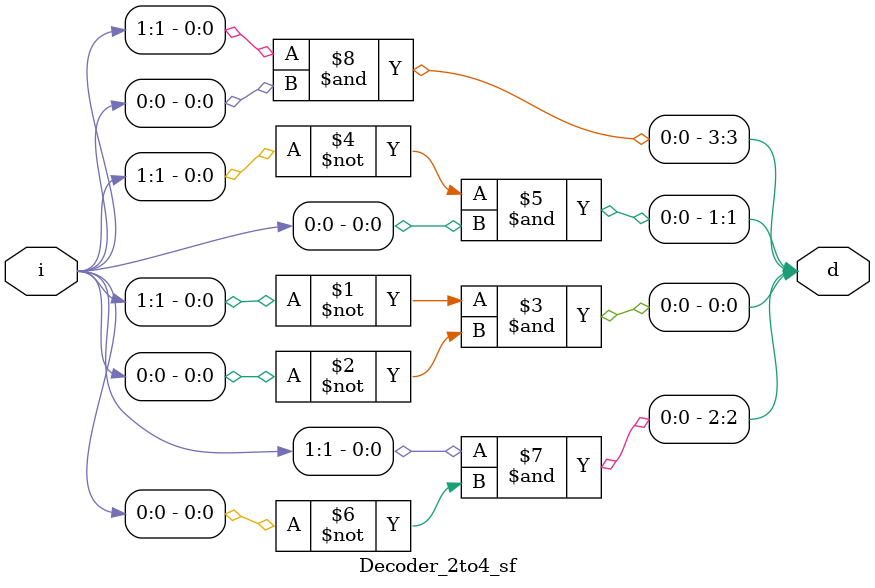
<source format=v>
`timescale 1ns / 1ps


module Decoder_2to4_sf(d,i);
input [1:0]i;
output [3:0]d;

and (d[0],(~i[1]),(~i[0]));
and (d[1],(~i[1]),(i[0]));
and (d[2],(i[1]),(~i[0]));
and (d[3],(i[1]),(i[0]));
endmodule
</source>
